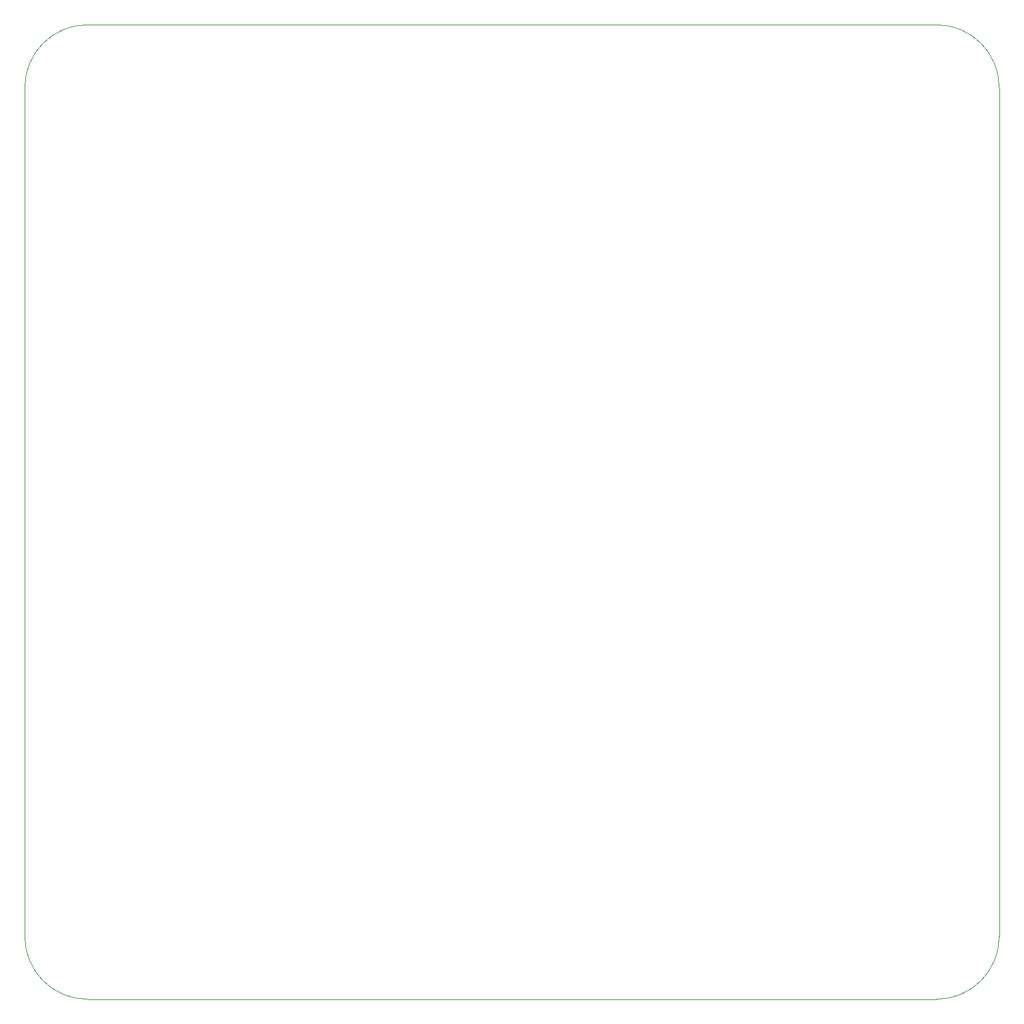
<source format=gbr>
%TF.GenerationSoftware,KiCad,Pcbnew,8.0.5*%
%TF.CreationDate,2024-10-22T16:07:44-04:00*%
%TF.ProjectId,huxley,6875786c-6579-42e6-9b69-6361645f7063,rev?*%
%TF.SameCoordinates,Original*%
%TF.FileFunction,Profile,NP*%
%FSLAX46Y46*%
G04 Gerber Fmt 4.6, Leading zero omitted, Abs format (unit mm)*
G04 Created by KiCad (PCBNEW 8.0.5) date 2024-10-22 16:07:44*
%MOMM*%
%LPD*%
G01*
G04 APERTURE LIST*
%TA.AperFunction,Profile*%
%ADD10C,0.100000*%
%TD*%
G04 APERTURE END LIST*
D10*
X159000000Y-45000000D02*
G75*
G02*
X167000000Y-53000000I0J-8000000D01*
G01*
X159000000Y-169000000D02*
X51000000Y-169000000D01*
X51000000Y-169000000D02*
G75*
G02*
X43000000Y-161000000I0J8000000D01*
G01*
X167000000Y-161000000D02*
G75*
G02*
X159000000Y-169000000I-8000000J0D01*
G01*
X43000000Y-161000000D02*
X43000000Y-53000000D01*
X51000000Y-45000000D02*
X159000000Y-45000000D01*
X167000000Y-53000000D02*
X167000000Y-161000000D01*
X43000000Y-53000000D02*
G75*
G02*
X51000000Y-45000000I8000000J0D01*
G01*
M02*

</source>
